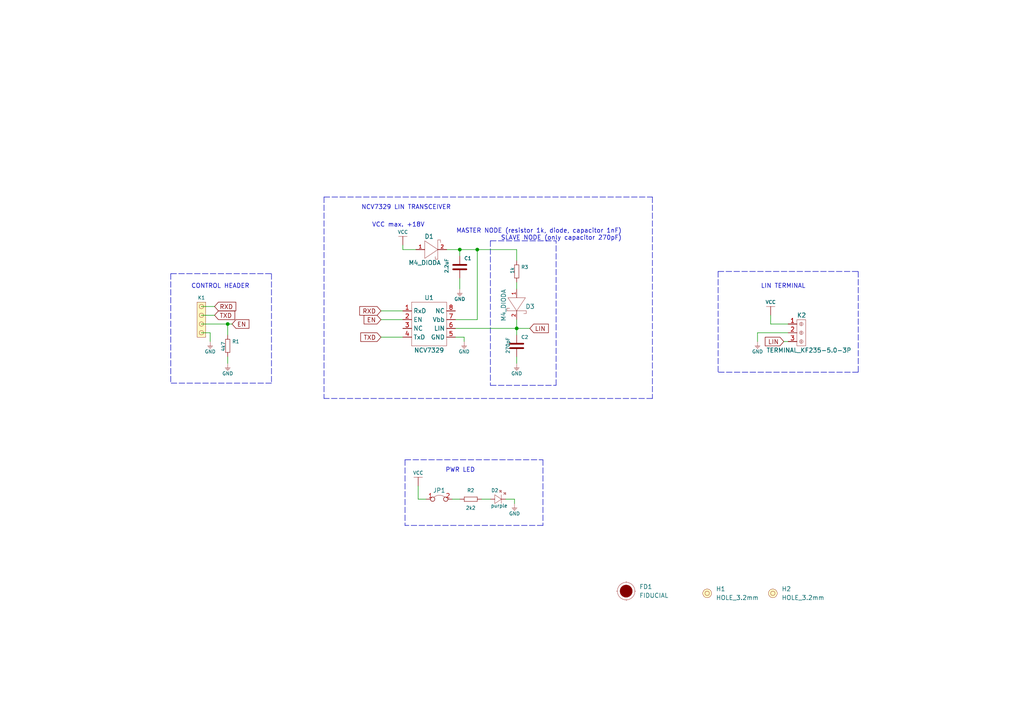
<source format=kicad_sch>
(kicad_sch (version 20211123) (generator eeschema)

  (uuid 76e213fa-eed6-4aa1-8abf-d226fe335ff2)

  (paper "A4")

  (title_block
    (title "LIN Transceiver NCV7329 SLAVE breakout")
    (date "2021-07-14")
    (rev "V1.1.1.")
    (company "SOLDERED")
    (comment 1 "333027")
  )

  (lib_symbols
    (symbol "e-radionica.com schematics:0402LED" (pin_numbers hide) (pin_names (offset 0.254) hide) (in_bom yes) (on_board yes)
      (property "Reference" "D" (id 0) (at -0.635 2.54 0)
        (effects (font (size 1 1)))
      )
      (property "Value" "0402LED" (id 1) (at 0 -2.54 0)
        (effects (font (size 1 1)))
      )
      (property "Footprint" "e-radionica.com footprinti:0402LED" (id 2) (at 0 5.08 0)
        (effects (font (size 1 1)) hide)
      )
      (property "Datasheet" "" (id 3) (at 0 0 0)
        (effects (font (size 1 1)) hide)
      )
      (symbol "0402LED_0_1"
        (polyline
          (pts
            (xy -0.635 1.27)
            (xy 1.27 0)
          )
          (stroke (width 0.0006) (type default) (color 0 0 0 0))
          (fill (type none))
        )
        (polyline
          (pts
            (xy 0.635 1.905)
            (xy 1.27 2.54)
          )
          (stroke (width 0.0006) (type default) (color 0 0 0 0))
          (fill (type none))
        )
        (polyline
          (pts
            (xy 1.27 1.27)
            (xy 1.27 -1.27)
          )
          (stroke (width 0.0006) (type default) (color 0 0 0 0))
          (fill (type none))
        )
        (polyline
          (pts
            (xy 1.905 1.27)
            (xy 2.54 1.905)
          )
          (stroke (width 0.0006) (type default) (color 0 0 0 0))
          (fill (type none))
        )
        (polyline
          (pts
            (xy -0.635 1.27)
            (xy -0.635 -1.27)
            (xy 1.27 0)
          )
          (stroke (width 0.0006) (type default) (color 0 0 0 0))
          (fill (type none))
        )
        (polyline
          (pts
            (xy 1.27 2.54)
            (xy 0.635 2.54)
            (xy 1.27 1.905)
            (xy 1.27 2.54)
          )
          (stroke (width 0.0006) (type default) (color 0 0 0 0))
          (fill (type none))
        )
        (polyline
          (pts
            (xy 2.54 1.905)
            (xy 1.905 1.905)
            (xy 2.54 1.27)
            (xy 2.54 1.905)
          )
          (stroke (width 0.0006) (type default) (color 0 0 0 0))
          (fill (type none))
        )
      )
      (symbol "0402LED_1_1"
        (pin passive line (at -1.905 0 0) (length 1.27)
          (name "A" (effects (font (size 1.27 1.27))))
          (number "1" (effects (font (size 1.27 1.27))))
        )
        (pin passive line (at 2.54 0 180) (length 1.27)
          (name "K" (effects (font (size 1.27 1.27))))
          (number "2" (effects (font (size 1.27 1.27))))
        )
      )
    )
    (symbol "e-radionica.com schematics:0402R" (pin_numbers hide) (pin_names (offset 0.254)) (in_bom yes) (on_board yes)
      (property "Reference" "R" (id 0) (at -1.905 1.27 0)
        (effects (font (size 1 1)))
      )
      (property "Value" "0402R" (id 1) (at 0 -1.27 0)
        (effects (font (size 1 1)))
      )
      (property "Footprint" "e-radionica.com footprinti:0402R" (id 2) (at -2.54 1.905 0)
        (effects (font (size 1 1)) hide)
      )
      (property "Datasheet" "" (id 3) (at -2.54 1.905 0)
        (effects (font (size 1 1)) hide)
      )
      (symbol "0402R_0_1"
        (rectangle (start -1.905 -0.635) (end 1.905 -0.6604)
          (stroke (width 0.1) (type default) (color 0 0 0 0))
          (fill (type none))
        )
        (rectangle (start -1.905 0.635) (end -1.8796 -0.635)
          (stroke (width 0.1) (type default) (color 0 0 0 0))
          (fill (type none))
        )
        (rectangle (start -1.905 0.635) (end 1.905 0.6096)
          (stroke (width 0.1) (type default) (color 0 0 0 0))
          (fill (type none))
        )
        (rectangle (start 1.905 0.635) (end 1.9304 -0.635)
          (stroke (width 0.1) (type default) (color 0 0 0 0))
          (fill (type none))
        )
      )
      (symbol "0402R_1_1"
        (pin passive line (at -3.175 0 0) (length 1.27)
          (name "~" (effects (font (size 1.27 1.27))))
          (number "1" (effects (font (size 1.27 1.27))))
        )
        (pin passive line (at 3.175 0 180) (length 1.27)
          (name "~" (effects (font (size 1.27 1.27))))
          (number "2" (effects (font (size 1.27 1.27))))
        )
      )
    )
    (symbol "e-radionica.com schematics:0603C" (pin_numbers hide) (pin_names (offset 0.002)) (in_bom yes) (on_board yes)
      (property "Reference" "C" (id 0) (at -0.635 3.175 0)
        (effects (font (size 1 1)))
      )
      (property "Value" "0603C" (id 1) (at 0 -3.175 0)
        (effects (font (size 1 1)))
      )
      (property "Footprint" "e-radionica.com footprinti:0603C" (id 2) (at 0 0 0)
        (effects (font (size 1 1)) hide)
      )
      (property "Datasheet" "" (id 3) (at 0 0 0)
        (effects (font (size 1 1)) hide)
      )
      (symbol "0603C_0_1"
        (polyline
          (pts
            (xy -0.635 1.905)
            (xy -0.635 -1.905)
          )
          (stroke (width 0.5) (type default) (color 0 0 0 0))
          (fill (type none))
        )
        (polyline
          (pts
            (xy 0.635 1.905)
            (xy 0.635 -1.905)
          )
          (stroke (width 0.5) (type default) (color 0 0 0 0))
          (fill (type none))
        )
      )
      (symbol "0603C_1_1"
        (pin passive line (at -3.175 0 0) (length 2.54)
          (name "~" (effects (font (size 1.27 1.27))))
          (number "1" (effects (font (size 1.27 1.27))))
        )
        (pin passive line (at 3.175 0 180) (length 2.54)
          (name "~" (effects (font (size 1.27 1.27))))
          (number "2" (effects (font (size 1.27 1.27))))
        )
      )
    )
    (symbol "e-radionica.com schematics:0603R" (pin_numbers hide) (pin_names (offset 0.254)) (in_bom yes) (on_board yes)
      (property "Reference" "R" (id 0) (at -1.905 1.905 0)
        (effects (font (size 1 1)))
      )
      (property "Value" "0603R" (id 1) (at 0 -1.905 0)
        (effects (font (size 1 1)))
      )
      (property "Footprint" "e-radionica.com footprinti:0603R" (id 2) (at -0.635 1.905 0)
        (effects (font (size 1 1)) hide)
      )
      (property "Datasheet" "" (id 3) (at -0.635 1.905 0)
        (effects (font (size 1 1)) hide)
      )
      (symbol "0603R_0_1"
        (rectangle (start -1.905 -0.635) (end 1.905 -0.6604)
          (stroke (width 0.1) (type default) (color 0 0 0 0))
          (fill (type none))
        )
        (rectangle (start -1.905 0.635) (end -1.8796 -0.635)
          (stroke (width 0.1) (type default) (color 0 0 0 0))
          (fill (type none))
        )
        (rectangle (start -1.905 0.635) (end 1.905 0.6096)
          (stroke (width 0.1) (type default) (color 0 0 0 0))
          (fill (type none))
        )
        (rectangle (start 1.905 0.635) (end 1.9304 -0.635)
          (stroke (width 0.1) (type default) (color 0 0 0 0))
          (fill (type none))
        )
      )
      (symbol "0603R_1_1"
        (pin passive line (at -3.175 0 0) (length 1.27)
          (name "~" (effects (font (size 1.27 1.27))))
          (number "1" (effects (font (size 1.27 1.27))))
        )
        (pin passive line (at 3.175 0 180) (length 1.27)
          (name "~" (effects (font (size 1.27 1.27))))
          (number "2" (effects (font (size 1.27 1.27))))
        )
      )
    )
    (symbol "e-radionica.com schematics:FIDUCIAL" (in_bom yes) (on_board yes)
      (property "Reference" "FD" (id 0) (at 0 3.81 0)
        (effects (font (size 1.27 1.27)))
      )
      (property "Value" "FIDUCIAL" (id 1) (at 0 -3.81 0)
        (effects (font (size 1.27 1.27)))
      )
      (property "Footprint" "e-radionica.com footprinti:FIDUCIAL_23" (id 2) (at 0.254 -5.334 0)
        (effects (font (size 1.27 1.27)) hide)
      )
      (property "Datasheet" "" (id 3) (at 0 0 0)
        (effects (font (size 1.27 1.27)) hide)
      )
      (symbol "FIDUCIAL_0_1"
        (polyline
          (pts
            (xy -2.54 0)
            (xy -2.794 0)
          )
          (stroke (width 0.0006) (type default) (color 0 0 0 0))
          (fill (type none))
        )
        (polyline
          (pts
            (xy 0 -2.54)
            (xy 0 -2.794)
          )
          (stroke (width 0.0006) (type default) (color 0 0 0 0))
          (fill (type none))
        )
        (polyline
          (pts
            (xy 0 2.54)
            (xy 0 2.794)
          )
          (stroke (width 0.0006) (type default) (color 0 0 0 0))
          (fill (type none))
        )
        (polyline
          (pts
            (xy 2.54 0)
            (xy 2.794 0)
          )
          (stroke (width 0.0006) (type default) (color 0 0 0 0))
          (fill (type none))
        )
        (circle (center 0 0) (radius 1.7961)
          (stroke (width 0.001) (type default) (color 0 0 0 0))
          (fill (type outline))
        )
        (circle (center 0 0) (radius 2.54)
          (stroke (width 0.0006) (type default) (color 0 0 0 0))
          (fill (type none))
        )
      )
    )
    (symbol "e-radionica.com schematics:GND_3" (power) (pin_names (offset 0)) (in_bom yes) (on_board yes)
      (property "Reference" "#PWR" (id 0) (at 4.445 0 0)
        (effects (font (size 1 1)) hide)
      )
      (property "Value" "GND" (id 1) (at 0 -2.921 0)
        (effects (font (size 1 1)))
      )
      (property "Footprint" "" (id 2) (at 4.445 3.81 0)
        (effects (font (size 1 1)) hide)
      )
      (property "Datasheet" "" (id 3) (at 4.445 3.81 0)
        (effects (font (size 1 1)) hide)
      )
      (property "ki_keywords" "power-flag" (id 4) (at 0 0 0)
        (effects (font (size 1.27 1.27)) hide)
      )
      (property "ki_description" "Power symbol creates a global label with name \"+3V3\"" (id 5) (at 0 0 0)
        (effects (font (size 1.27 1.27)) hide)
      )
      (symbol "GND_3_0_1"
        (polyline
          (pts
            (xy -0.762 -1.27)
            (xy 0.762 -1.27)
          )
          (stroke (width 0.0006) (type default) (color 0 0 0 0))
          (fill (type none))
        )
        (polyline
          (pts
            (xy -0.635 -1.524)
            (xy 0.635 -1.524)
          )
          (stroke (width 0.0006) (type default) (color 0 0 0 0))
          (fill (type none))
        )
        (polyline
          (pts
            (xy -0.381 -1.778)
            (xy 0.381 -1.778)
          )
          (stroke (width 0.0006) (type default) (color 0 0 0 0))
          (fill (type none))
        )
        (polyline
          (pts
            (xy -0.127 -2.032)
            (xy 0.127 -2.032)
          )
          (stroke (width 0.0006) (type default) (color 0 0 0 0))
          (fill (type none))
        )
        (polyline
          (pts
            (xy 0 0)
            (xy 0 -1.27)
          )
          (stroke (width 0.0006) (type default) (color 0 0 0 0))
          (fill (type none))
        )
      )
      (symbol "GND_3_1_1"
        (pin power_in line (at 0 0 270) (length 0) hide
          (name "GND" (effects (font (size 1.27 1.27))))
          (number "1" (effects (font (size 1.27 1.27))))
        )
      )
    )
    (symbol "e-radionica.com schematics:HEADER_MALE_4X1" (pin_numbers hide) (pin_names hide) (in_bom yes) (on_board yes)
      (property "Reference" "K" (id 0) (at -0.635 7.62 0)
        (effects (font (size 1 1)))
      )
      (property "Value" "HEADER_MALE_4X1" (id 1) (at 0 -5.08 0)
        (effects (font (size 1 1)))
      )
      (property "Footprint" "e-radionica.com footprinti:HEADER_MALE_4X1" (id 2) (at 0 -2.54 0)
        (effects (font (size 1 1)) hide)
      )
      (property "Datasheet" "" (id 3) (at 0 -2.54 0)
        (effects (font (size 1 1)) hide)
      )
      (symbol "HEADER_MALE_4X1_0_1"
        (circle (center 0 -2.54) (radius 0.635)
          (stroke (width 0.0006) (type default) (color 0 0 0 0))
          (fill (type none))
        )
        (circle (center 0 0) (radius 0.635)
          (stroke (width 0.0006) (type default) (color 0 0 0 0))
          (fill (type none))
        )
        (circle (center 0 2.54) (radius 0.635)
          (stroke (width 0.0006) (type default) (color 0 0 0 0))
          (fill (type none))
        )
        (circle (center 0 5.08) (radius 0.635)
          (stroke (width 0.0006) (type default) (color 0 0 0 0))
          (fill (type none))
        )
        (rectangle (start 1.27 -3.81) (end -1.27 6.35)
          (stroke (width 0.001) (type default) (color 0 0 0 0))
          (fill (type background))
        )
      )
      (symbol "HEADER_MALE_4X1_1_1"
        (pin passive line (at 0 -2.54 180) (length 0)
          (name "~" (effects (font (size 1 1))))
          (number "1" (effects (font (size 1 1))))
        )
        (pin passive line (at 0 0 180) (length 0)
          (name "~" (effects (font (size 1 1))))
          (number "2" (effects (font (size 1 1))))
        )
        (pin passive line (at 0 2.54 180) (length 0)
          (name "~" (effects (font (size 1 1))))
          (number "3" (effects (font (size 1 1))))
        )
        (pin passive line (at 0 5.08 180) (length 0)
          (name "~" (effects (font (size 1 1))))
          (number "4" (effects (font (size 1 1))))
        )
      )
    )
    (symbol "e-radionica.com schematics:HOLE_3.2mm" (pin_numbers hide) (pin_names hide) (in_bom yes) (on_board yes)
      (property "Reference" "H" (id 0) (at 0 2.54 0)
        (effects (font (size 1.27 1.27)))
      )
      (property "Value" "HOLE_3.2mm" (id 1) (at 0 -2.54 0)
        (effects (font (size 1.27 1.27)))
      )
      (property "Footprint" "e-radionica.com footprinti:HOLE_3.2mm" (id 2) (at 0 0 0)
        (effects (font (size 1.27 1.27)) hide)
      )
      (property "Datasheet" "" (id 3) (at 0 0 0)
        (effects (font (size 1.27 1.27)) hide)
      )
      (symbol "HOLE_3.2mm_0_1"
        (circle (center 0 0) (radius 0.635)
          (stroke (width 0.0006) (type default) (color 0 0 0 0))
          (fill (type none))
        )
        (circle (center 0 0) (radius 1.27)
          (stroke (width 0.001) (type default) (color 0 0 0 0))
          (fill (type background))
        )
      )
    )
    (symbol "e-radionica.com schematics:M4_DIODA" (pin_names hide) (in_bom yes) (on_board yes)
      (property "Reference" "D" (id 0) (at 0 3.81 0)
        (effects (font (size 1.27 1.27)))
      )
      (property "Value" "M4_DIODA" (id 1) (at 0 -4.572 0)
        (effects (font (size 1.27 1.27)))
      )
      (property "Footprint" "e-radionica.com footprinti:M4_DIODA" (id 2) (at 0 -6.35 0)
        (effects (font (size 1.27 1.27)) hide)
      )
      (property "Datasheet" "" (id 3) (at 0 0 0)
        (effects (font (size 1.27 1.27)) hide)
      )
      (symbol "M4_DIODA_0_1"
        (polyline
          (pts
            (xy -2.54 2.54)
            (xy -2.54 -2.54)
            (xy 1.27 0)
            (xy -2.54 2.54)
          )
          (stroke (width 0.0006) (type default) (color 0 0 0 0))
          (fill (type none))
        )
        (polyline
          (pts
            (xy 1.27 2.794)
            (xy 1.27 -2.794)
            (xy 0.508 -2.794)
            (xy 0.508 -2.032)
          )
          (stroke (width 0.0006) (type default) (color 0 0 0 0))
          (fill (type none))
        )
        (polyline
          (pts
            (xy 1.27 2.794)
            (xy 2.032 2.794)
            (xy 2.032 2.032)
            (xy 2.032 2.54)
          )
          (stroke (width 0.0006) (type default) (color 0 0 0 0))
          (fill (type none))
        )
      )
      (symbol "M4_DIODA_1_1"
        (pin passive line (at -5.08 0 0) (length 2.54)
          (name "A" (effects (font (size 1 1))))
          (number "1" (effects (font (size 1 1))))
        )
        (pin passive line (at 3.81 0 180) (length 2.54)
          (name "K" (effects (font (size 1 1))))
          (number "2" (effects (font (size 1 1))))
        )
      )
    )
    (symbol "e-radionica.com schematics:NCV7329" (in_bom yes) (on_board yes)
      (property "Reference" "U" (id 0) (at 0 7.62 0)
        (effects (font (size 1.27 1.27)))
      )
      (property "Value" "NCV7329" (id 1) (at 0 -7.62 0)
        (effects (font (size 1.27 1.27)))
      )
      (property "Footprint" "e-radionica.com footprinti:SOIC−8" (id 2) (at 0 -5.08 0)
        (effects (font (size 1.27 1.27)) hide)
      )
      (property "Datasheet" "" (id 3) (at 0 -5.08 0)
        (effects (font (size 1.27 1.27)) hide)
      )
      (symbol "NCV7329_0_1"
        (rectangle (start -5.08 6.35) (end 5.08 -6.35)
          (stroke (width 0.0006) (type default) (color 0 0 0 0))
          (fill (type none))
        )
      )
      (symbol "NCV7329_1_1"
        (pin passive line (at -7.62 3.81 0) (length 2.54)
          (name "RxD" (effects (font (size 1.27 1.27))))
          (number "1" (effects (font (size 1.27 1.27))))
        )
        (pin passive line (at -7.62 1.27 0) (length 2.54)
          (name "EN" (effects (font (size 1.27 1.27))))
          (number "2" (effects (font (size 1.27 1.27))))
        )
        (pin passive line (at -7.62 -1.27 0) (length 2.54)
          (name "NC" (effects (font (size 1.27 1.27))))
          (number "3" (effects (font (size 1.27 1.27))))
        )
        (pin passive line (at -7.62 -3.81 0) (length 2.54)
          (name "TxD" (effects (font (size 1.27 1.27))))
          (number "4" (effects (font (size 1.27 1.27))))
        )
        (pin passive line (at 7.62 -3.81 180) (length 2.54)
          (name "GND" (effects (font (size 1.27 1.27))))
          (number "5" (effects (font (size 1.27 1.27))))
        )
        (pin passive line (at 7.62 -1.27 180) (length 2.54)
          (name "LIN" (effects (font (size 1.27 1.27))))
          (number "6" (effects (font (size 1.27 1.27))))
        )
        (pin passive line (at 7.62 1.27 180) (length 2.54)
          (name "Vbb" (effects (font (size 1.27 1.27))))
          (number "7" (effects (font (size 1.27 1.27))))
        )
        (pin passive line (at 7.62 3.81 180) (length 2.54)
          (name "NC" (effects (font (size 1.27 1.27))))
          (number "8" (effects (font (size 1.27 1.27))))
        )
      )
    )
    (symbol "e-radionica.com schematics:SMD-JUMPER-CONNECTED_TRACE_SLODERMASK" (in_bom yes) (on_board yes)
      (property "Reference" "JP" (id 0) (at 0 3.556 0)
        (effects (font (size 1.27 1.27)))
      )
      (property "Value" "SMD-JUMPER-CONNECTED_TRACE_SLODERMASK" (id 1) (at 0 -2.54 0)
        (effects (font (size 1.27 1.27)))
      )
      (property "Footprint" "e-radionica.com footprinti:SMD-JUMPER-CONNECTED_TRACE_SLODERMASK" (id 2) (at 0 -5.715 0)
        (effects (font (size 1.27 1.27)) hide)
      )
      (property "Datasheet" "" (id 3) (at 0 0 0)
        (effects (font (size 1.27 1.27)) hide)
      )
      (symbol "SMD-JUMPER-CONNECTED_TRACE_SLODERMASK_0_1"
        (arc (start 1.397 0.5842) (mid -0.2077 1.1365) (end -1.8034 0.5588)
          (stroke (width 0.0006) (type default) (color 0 0 0 0))
          (fill (type none))
        )
      )
      (symbol "SMD-JUMPER-CONNECTED_TRACE_SLODERMASK_1_1"
        (pin passive inverted (at -4.064 0 0) (length 2.54)
          (name "" (effects (font (size 1.27 1.27))))
          (number "1" (effects (font (size 1.27 1.27))))
        )
        (pin passive inverted (at 3.556 0 180) (length 2.54)
          (name "" (effects (font (size 1.27 1.27))))
          (number "2" (effects (font (size 1.27 1.27))))
        )
      )
    )
    (symbol "e-radionica.com schematics:TERMINAL_KF235-5.0-3P" (in_bom yes) (on_board yes)
      (property "Reference" "K" (id 0) (at 0 5.08 0)
        (effects (font (size 1.27 1.27)))
      )
      (property "Value" "TERMINAL_KF235-5.0-3P" (id 1) (at 0 -5.08 0)
        (effects (font (size 1.27 1.27)))
      )
      (property "Footprint" "e-radionica.com footprinti:TERMINAL_KF235-5.0-3P" (id 2) (at 0 -7.62 0)
        (effects (font (size 1.27 1.27)) hide)
      )
      (property "Datasheet" "" (id 3) (at 0 0 0)
        (effects (font (size 1.27 1.27)) hide)
      )
      (symbol "TERMINAL_KF235-5.0-3P_0_1"
        (rectangle (start -1.27 3.81) (end 1.27 -3.81)
          (stroke (width 0.0006) (type default) (color 0 0 0 0))
          (fill (type none))
        )
        (circle (center 0 -2.54) (radius 0.508)
          (stroke (width 0.0006) (type default) (color 0 0 0 0))
          (fill (type none))
        )
        (polyline
          (pts
            (xy -0.254 -2.54)
            (xy 0.254 -2.54)
          )
          (stroke (width 0.0006) (type default) (color 0 0 0 0))
          (fill (type none))
        )
        (polyline
          (pts
            (xy -0.254 0)
            (xy 0.254 0)
          )
          (stroke (width 0.0006) (type default) (color 0 0 0 0))
          (fill (type none))
        )
        (polyline
          (pts
            (xy -0.254 2.54)
            (xy 0.254 2.54)
          )
          (stroke (width 0.0006) (type default) (color 0 0 0 0))
          (fill (type none))
        )
        (polyline
          (pts
            (xy 0 -2.032)
            (xy 0 -3.048)
          )
          (stroke (width 0.0006) (type default) (color 0 0 0 0))
          (fill (type none))
        )
        (polyline
          (pts
            (xy 0 0.508)
            (xy 0 -0.508)
          )
          (stroke (width 0.0006) (type default) (color 0 0 0 0))
          (fill (type none))
        )
        (polyline
          (pts
            (xy 0 3.048)
            (xy 0 2.032)
          )
          (stroke (width 0.0006) (type default) (color 0 0 0 0))
          (fill (type none))
        )
        (circle (center 0 0) (radius 0.508)
          (stroke (width 0.0006) (type default) (color 0 0 0 0))
          (fill (type none))
        )
        (circle (center 0 2.54) (radius 0.508)
          (stroke (width 0.0006) (type default) (color 0 0 0 0))
          (fill (type none))
        )
      )
      (symbol "TERMINAL_KF235-5.0-3P_1_1"
        (pin input line (at -3.81 2.54 0) (length 2.54)
          (name "~" (effects (font (size 1.27 1.27))))
          (number "1" (effects (font (size 1.27 1.27))))
        )
        (pin input line (at -3.81 0 0) (length 2.54)
          (name "~" (effects (font (size 1.27 1.27))))
          (number "2" (effects (font (size 1.27 1.27))))
        )
        (pin input line (at -3.81 -2.54 0) (length 2.54)
          (name "~" (effects (font (size 1.27 1.27))))
          (number "3" (effects (font (size 1.27 1.27))))
        )
      )
    )
    (symbol "e-radionica.com schematics:VCC" (power) (pin_names (offset 0)) (in_bom yes) (on_board yes)
      (property "Reference" "#PWR" (id 0) (at 4.445 0 0)
        (effects (font (size 1 1)) hide)
      )
      (property "Value" "VCC" (id 1) (at 0 3.556 0)
        (effects (font (size 1 1)))
      )
      (property "Footprint" "" (id 2) (at 4.445 3.81 0)
        (effects (font (size 1 1)) hide)
      )
      (property "Datasheet" "" (id 3) (at 4.445 3.81 0)
        (effects (font (size 1 1)) hide)
      )
      (property "ki_keywords" "power-flag" (id 4) (at 0 0 0)
        (effects (font (size 1.27 1.27)) hide)
      )
      (property "ki_description" "Power symbol creates a global label with name \"+3V3\"" (id 5) (at 0 0 0)
        (effects (font (size 1.27 1.27)) hide)
      )
      (symbol "VCC_0_1"
        (polyline
          (pts
            (xy -1.27 2.54)
            (xy 1.27 2.54)
          )
          (stroke (width 0.0006) (type default) (color 0 0 0 0))
          (fill (type none))
        )
        (polyline
          (pts
            (xy 0 0)
            (xy 0 2.54)
          )
          (stroke (width 0) (type default) (color 0 0 0 0))
          (fill (type none))
        )
      )
      (symbol "VCC_1_1"
        (pin power_in line (at 0 0 90) (length 0) hide
          (name "VCC" (effects (font (size 1.27 1.27))))
          (number "1" (effects (font (size 1.27 1.27))))
        )
      )
    )
  )

  (junction (at 66.04 93.98) (diameter 0.9144) (color 0 0 0 0)
    (uuid a3e4f0ae-9f86-49e9-b386-ed8b42e012fb)
  )
  (junction (at 133.35 72.39) (diameter 0.9144) (color 0 0 0 0)
    (uuid a690fc6c-55d9-47e6-b533-faa4b67e20f3)
  )
  (junction (at 138.43 72.39) (diameter 0.9144) (color 0 0 0 0)
    (uuid c144caa5-b0d4-4cef-840a-d4ad178a2102)
  )
  (junction (at 149.86 95.25) (diameter 0.9144) (color 0 0 0 0)
    (uuid efeac2a2-7682-4dc7-83ee-f6f1b23da506)
  )

  (wire (pts (xy 66.04 93.98) (xy 66.04 97.155))
    (stroke (width 0) (type solid) (color 0 0 0 0))
    (uuid 06fb5969-6c78-40ee-a0c8-761f30697971)
  )
  (wire (pts (xy 149.225 144.78) (xy 146.685 144.78))
    (stroke (width 0) (type solid) (color 0 0 0 0))
    (uuid 2061ba58-9d90-4ba6-997c-3e8ae190b022)
  )
  (polyline (pts (xy 49.53 79.375) (xy 49.53 111.125))
    (stroke (width 0) (type dash) (color 0 0 0 0))
    (uuid 23440022-fa92-46ea-bf31-71f02f41c12a)
  )
  (polyline (pts (xy 49.53 79.375) (xy 78.74 79.375))
    (stroke (width 0) (type dash) (color 0 0 0 0))
    (uuid 23440022-fa92-46ea-bf31-71f02f41c12b)
  )
  (polyline (pts (xy 78.74 79.375) (xy 78.74 111.125))
    (stroke (width 0) (type dash) (color 0 0 0 0))
    (uuid 23440022-fa92-46ea-bf31-71f02f41c12c)
  )
  (polyline (pts (xy 78.74 111.125) (xy 49.53 111.125))
    (stroke (width 0) (type dash) (color 0 0 0 0))
    (uuid 23440022-fa92-46ea-bf31-71f02f41c12d)
  )

  (wire (pts (xy 66.04 103.505) (xy 66.04 105.41))
    (stroke (width 0) (type solid) (color 0 0 0 0))
    (uuid 2d086919-3634-4eca-9ac1-5234112016ae)
  )
  (wire (pts (xy 133.35 72.39) (xy 133.35 74.295))
    (stroke (width 0) (type solid) (color 0 0 0 0))
    (uuid 2d7ae0bd-0007-4297-8e05-32320efa073c)
  )
  (wire (pts (xy 139.7 144.78) (xy 142.24 144.78))
    (stroke (width 0) (type solid) (color 0 0 0 0))
    (uuid 3014cdde-82b5-4ef5-897d-cacb87f41049)
  )
  (wire (pts (xy 133.35 80.645) (xy 133.35 83.82))
    (stroke (width 0) (type solid) (color 0 0 0 0))
    (uuid 304d1f9f-0ae6-4c09-a682-f1f13aaf4502)
  )
  (polyline (pts (xy 157.48 152.4) (xy 117.475 152.4))
    (stroke (width 0) (type dash) (color 0 0 0 0))
    (uuid 3d2de0fd-bc6c-4027-810f-517044b13d39)
  )
  (polyline (pts (xy 117.475 133.35) (xy 117.475 152.4))
    (stroke (width 0) (type dash) (color 0 0 0 0))
    (uuid 3f66f442-15ec-4aa8-a5cc-ac7bdab6eb36)
  )

  (wire (pts (xy 149.86 81.915) (xy 149.86 83.82))
    (stroke (width 0) (type solid) (color 0 0 0 0))
    (uuid 47daae16-1a84-482c-9aff-6d9858b12418)
  )
  (wire (pts (xy 123.571 144.78) (xy 121.285 144.78))
    (stroke (width 0) (type solid) (color 0 0 0 0))
    (uuid 50b05092-e69d-4444-85d6-64e5700df657)
  )
  (polyline (pts (xy 157.48 133.35) (xy 157.48 152.4))
    (stroke (width 0) (type dash) (color 0 0 0 0))
    (uuid 5bbaa458-5b9f-433b-a81f-a32d41d12b60)
  )

  (wire (pts (xy 132.08 97.79) (xy 134.62 97.79))
    (stroke (width 0) (type solid) (color 0 0 0 0))
    (uuid 616833f0-50f4-4153-8dca-2f88b1181e2a)
  )
  (wire (pts (xy 134.62 97.79) (xy 134.62 99.06))
    (stroke (width 0) (type solid) (color 0 0 0 0))
    (uuid 616833f0-50f4-4153-8dca-2f88b1181e2b)
  )
  (wire (pts (xy 58.42 91.44) (xy 62.23 91.44))
    (stroke (width 0) (type solid) (color 0 0 0 0))
    (uuid 69bb6de3-dcd8-4af3-8aa6-fa27cefa55ca)
  )
  (polyline (pts (xy 93.98 57.15) (xy 93.98 115.57))
    (stroke (width 0) (type dash) (color 0 0 0 0))
    (uuid 69d27d24-ae59-4de5-9fdc-3517e56e3790)
  )
  (polyline (pts (xy 93.98 57.15) (xy 189.23 57.15))
    (stroke (width 0) (type dash) (color 0 0 0 0))
    (uuid 69d27d24-ae59-4de5-9fdc-3517e56e3791)
  )
  (polyline (pts (xy 189.23 57.15) (xy 189.23 115.57))
    (stroke (width 0) (type dash) (color 0 0 0 0))
    (uuid 69d27d24-ae59-4de5-9fdc-3517e56e3792)
  )
  (polyline (pts (xy 189.23 115.57) (xy 93.98 115.57))
    (stroke (width 0) (type dash) (color 0 0 0 0))
    (uuid 69d27d24-ae59-4de5-9fdc-3517e56e3793)
  )

  (wire (pts (xy 58.42 88.9) (xy 62.23 88.9))
    (stroke (width 0) (type solid) (color 0 0 0 0))
    (uuid 6a775b72-965d-4302-8b11-35e9ad6c9ad0)
  )
  (wire (pts (xy 219.71 96.52) (xy 219.71 99.06))
    (stroke (width 0) (type solid) (color 0 0 0 0))
    (uuid 6abdc944-974a-491e-9ca7-a631e073f063)
  )
  (wire (pts (xy 219.71 96.52) (xy 228.6 96.52))
    (stroke (width 0) (type solid) (color 0 0 0 0))
    (uuid 6abdc944-974a-491e-9ca7-a631e073f064)
  )
  (polyline (pts (xy 117.475 133.35) (xy 157.48 133.35))
    (stroke (width 0) (type dash) (color 0 0 0 0))
    (uuid 6b84f910-ee66-4561-9dba-15e8b58fc4ff)
  )

  (wire (pts (xy 110.49 90.17) (xy 116.84 90.17))
    (stroke (width 0) (type solid) (color 0 0 0 0))
    (uuid 7f30784b-1f64-413d-8463-cf7b3c93f3e2)
  )
  (wire (pts (xy 116.84 72.39) (xy 116.84 71.12))
    (stroke (width 0) (type solid) (color 0 0 0 0))
    (uuid 8a4730f9-71ca-41ec-917d-8ec3eaba4564)
  )
  (wire (pts (xy 120.65 72.39) (xy 116.84 72.39))
    (stroke (width 0) (type solid) (color 0 0 0 0))
    (uuid 8a4730f9-71ca-41ec-917d-8ec3eaba4565)
  )
  (wire (pts (xy 149.225 144.78) (xy 149.225 146.05))
    (stroke (width 0) (type solid) (color 0 0 0 0))
    (uuid 901a42df-7872-4d66-8df2-445fdaed839f)
  )
  (wire (pts (xy 132.08 95.25) (xy 149.86 95.25))
    (stroke (width 0) (type solid) (color 0 0 0 0))
    (uuid 9e8b2346-c468-47e2-b53f-1e3e64503f68)
  )
  (wire (pts (xy 149.86 95.25) (xy 149.86 92.71))
    (stroke (width 0) (type solid) (color 0 0 0 0))
    (uuid 9e8b2346-c468-47e2-b53f-1e3e64503f69)
  )
  (wire (pts (xy 138.43 72.39) (xy 138.43 92.71))
    (stroke (width 0) (type solid) (color 0 0 0 0))
    (uuid a44b84ea-f754-4a2e-894b-26be37b13950)
  )
  (wire (pts (xy 138.43 92.71) (xy 132.08 92.71))
    (stroke (width 0) (type solid) (color 0 0 0 0))
    (uuid a44b84ea-f754-4a2e-894b-26be37b13951)
  )
  (wire (pts (xy 131.191 144.78) (xy 133.35 144.78))
    (stroke (width 0) (type solid) (color 0 0 0 0))
    (uuid ae10e11d-3a72-4245-a4fc-13f370b3db38)
  )
  (polyline (pts (xy 142.24 69.85) (xy 142.24 111.76))
    (stroke (width 0) (type dash) (color 0 0 0 0))
    (uuid af77440c-2803-47eb-a6bc-73b434ebc654)
  )
  (polyline (pts (xy 142.24 69.85) (xy 161.29 69.85))
    (stroke (width 0) (type dash) (color 0 0 0 0))
    (uuid af77440c-2803-47eb-a6bc-73b434ebc655)
  )
  (polyline (pts (xy 142.24 111.76) (xy 161.29 111.76))
    (stroke (width 0) (type dash) (color 0 0 0 0))
    (uuid af77440c-2803-47eb-a6bc-73b434ebc656)
  )
  (polyline (pts (xy 161.29 111.76) (xy 161.29 69.85))
    (stroke (width 0) (type dash) (color 0 0 0 0))
    (uuid af77440c-2803-47eb-a6bc-73b434ebc657)
  )
  (polyline (pts (xy 208.28 78.74) (xy 208.28 107.95))
    (stroke (width 0) (type dash) (color 0 0 0 0))
    (uuid b3f09ed6-783a-493e-b01d-a74f28b90146)
  )
  (polyline (pts (xy 208.28 78.74) (xy 248.92 78.74))
    (stroke (width 0) (type dash) (color 0 0 0 0))
    (uuid b3f09ed6-783a-493e-b01d-a74f28b90147)
  )
  (polyline (pts (xy 248.92 78.74) (xy 248.92 107.95))
    (stroke (width 0) (type dash) (color 0 0 0 0))
    (uuid b3f09ed6-783a-493e-b01d-a74f28b90148)
  )
  (polyline (pts (xy 248.92 107.95) (xy 208.28 107.95))
    (stroke (width 0) (type dash) (color 0 0 0 0))
    (uuid b3f09ed6-783a-493e-b01d-a74f28b90149)
  )

  (wire (pts (xy 58.42 96.52) (xy 60.96 96.52))
    (stroke (width 0) (type solid) (color 0 0 0 0))
    (uuid b60c5acf-7839-4d8d-9c1b-d219e58044ee)
  )
  (wire (pts (xy 60.96 96.52) (xy 60.96 99.06))
    (stroke (width 0) (type solid) (color 0 0 0 0))
    (uuid b60c5acf-7839-4d8d-9c1b-d219e58044ef)
  )
  (wire (pts (xy 223.52 93.98) (xy 223.52 91.44))
    (stroke (width 0) (type solid) (color 0 0 0 0))
    (uuid bc6f2ef0-4821-448b-aef4-9dbd6bd154ff)
  )
  (wire (pts (xy 228.6 93.98) (xy 223.52 93.98))
    (stroke (width 0) (type solid) (color 0 0 0 0))
    (uuid bc6f2ef0-4821-448b-aef4-9dbd6bd15500)
  )
  (wire (pts (xy 58.42 93.98) (xy 66.04 93.98))
    (stroke (width 0) (type solid) (color 0 0 0 0))
    (uuid ccfd4ed6-36ee-4304-acc8-2a7750d276b1)
  )
  (wire (pts (xy 66.04 93.98) (xy 67.31 93.98))
    (stroke (width 0) (type solid) (color 0 0 0 0))
    (uuid ccfd4ed6-36ee-4304-acc8-2a7750d276b2)
  )
  (wire (pts (xy 121.285 140.97) (xy 121.285 144.78))
    (stroke (width 0) (type solid) (color 0 0 0 0))
    (uuid d135574b-3dd4-46b7-948d-8609eae83474)
  )
  (wire (pts (xy 110.49 97.79) (xy 116.84 97.79))
    (stroke (width 0) (type solid) (color 0 0 0 0))
    (uuid dff8eb2c-6aca-41f4-9ca3-481bff70ac5a)
  )
  (wire (pts (xy 133.35 72.39) (xy 129.54 72.39))
    (stroke (width 0) (type solid) (color 0 0 0 0))
    (uuid e25dde7a-de32-4f2a-bd42-b6952ccd1e27)
  )
  (wire (pts (xy 138.43 72.39) (xy 133.35 72.39))
    (stroke (width 0) (type solid) (color 0 0 0 0))
    (uuid e25dde7a-de32-4f2a-bd42-b6952ccd1e28)
  )
  (wire (pts (xy 149.86 95.25) (xy 153.67 95.25))
    (stroke (width 0) (type solid) (color 0 0 0 0))
    (uuid e3420765-e308-4b5e-a541-145178eb12fb)
  )
  (wire (pts (xy 149.86 103.505) (xy 149.86 105.41))
    (stroke (width 0) (type solid) (color 0 0 0 0))
    (uuid f0306d0c-ddb4-4546-8bd7-5e50baa9018c)
  )
  (wire (pts (xy 149.86 72.39) (xy 138.43 72.39))
    (stroke (width 0) (type solid) (color 0 0 0 0))
    (uuid f2ebad95-3300-4965-948a-d403fd075032)
  )
  (wire (pts (xy 149.86 75.565) (xy 149.86 72.39))
    (stroke (width 0) (type solid) (color 0 0 0 0))
    (uuid f2ebad95-3300-4965-948a-d403fd075033)
  )
  (wire (pts (xy 149.86 95.25) (xy 149.86 97.155))
    (stroke (width 0) (type solid) (color 0 0 0 0))
    (uuid f922bedf-ae3f-4c72-902f-1d2a8f06bc81)
  )
  (wire (pts (xy 227.33 99.06) (xy 228.6 99.06))
    (stroke (width 0) (type solid) (color 0 0 0 0))
    (uuid fd4ecd03-990b-489d-a454-035bb3c20123)
  )
  (wire (pts (xy 110.49 92.71) (xy 116.84 92.71))
    (stroke (width 0) (type solid) (color 0 0 0 0))
    (uuid fd89b58e-86f5-4877-bc52-23a3a627b853)
  )

  (text "NCV7329 LIN TRANSCEIVER" (at 130.81 60.96 180)
    (effects (font (size 1.27 1.27)) (justify right bottom))
    (uuid 641b1366-44f5-41a7-940b-a613b4d72aee)
  )
  (text "VCC max. +18V" (at 123.19 66.04 180)
    (effects (font (size 1.27 1.27)) (justify right bottom))
    (uuid 659987ce-f0b2-445b-a569-b239c9dcdecb)
  )
  (text "LIN TERMINAL" (at 233.68 83.82 180)
    (effects (font (size 1.27 1.27)) (justify right bottom))
    (uuid 7c2dd623-898d-4cf8-996c-bb410abb8114)
  )
  (text "CONTROL HEADER" (at 72.39 83.82 180)
    (effects (font (size 1.27 1.27)) (justify right bottom))
    (uuid 826d15e0-e17b-48a9-814e-b02d090ec859)
  )
  (text "MASTER NODE (resistor 1k, diode, capacitor 1nF)\nSLAVE NODE (only capacitor 270pF)"
    (at 180.34 69.85 0)
    (effects (font (size 1.27 1.27)) (justify right bottom))
    (uuid e27628d6-433c-4ff3-bc50-dae1132a9fc7)
  )
  (text "PWR LED" (at 137.795 137.16 180)
    (effects (font (size 1.27 1.27)) (justify right bottom))
    (uuid f79fb5d1-9e8a-4340-ae96-72a913a9af8d)
  )

  (global_label "EN" (shape input) (at 110.49 92.71 180)
    (effects (font (size 1.27 1.27)) (justify right))
    (uuid 03143f5d-9ebc-4eab-a227-4246ce962b02)
    (property "Intersheet References" "${INTERSHEET_REFS}" (id 0) (at 104.0734 92.6306 0)
      (effects (font (size 1.27 1.27)) (justify right) hide)
    )
  )
  (global_label "RXD" (shape input) (at 62.23 88.9 0)
    (effects (font (size 1.27 1.27)) (justify left))
    (uuid 0788322f-d128-42f0-a3a8-a2d03de63b5e)
    (property "Intersheet References" "${INTERSHEET_REFS}" (id 0) (at 69.9166 88.9794 0)
      (effects (font (size 1.27 1.27)) (justify left) hide)
    )
  )
  (global_label "LIN" (shape input) (at 153.67 95.25 0)
    (effects (font (size 1.27 1.27)) (justify left))
    (uuid 111a1130-0080-433b-a372-04b1af39a08d)
    (property "Intersheet References" "${INTERSHEET_REFS}" (id 0) (at 160.5704 95.1706 0)
      (effects (font (size 1.27 1.27)) (justify left) hide)
    )
  )
  (global_label "RXD" (shape input) (at 110.49 90.17 180)
    (effects (font (size 1.27 1.27)) (justify right))
    (uuid 38c7f747-e4ea-4b6d-8e73-ccfd40cd04ca)
    (property "Intersheet References" "${INTERSHEET_REFS}" (id 0) (at 102.8034 90.0906 0)
      (effects (font (size 1.27 1.27)) (justify right) hide)
    )
  )
  (global_label "TXD" (shape input) (at 110.49 97.79 180)
    (effects (font (size 1.27 1.27)) (justify right))
    (uuid 583ab378-94ee-4ca1-a866-c9fd90f25ef3)
    (property "Intersheet References" "${INTERSHEET_REFS}" (id 0) (at 103.1058 97.7106 0)
      (effects (font (size 1.27 1.27)) (justify right) hide)
    )
  )
  (global_label "TXD" (shape input) (at 62.23 91.44 0)
    (effects (font (size 1.27 1.27)) (justify left))
    (uuid 7590607b-0d09-4a56-9815-ad881e9da350)
    (property "Intersheet References" "${INTERSHEET_REFS}" (id 0) (at 69.6142 91.5194 0)
      (effects (font (size 1.27 1.27)) (justify left) hide)
    )
  )
  (global_label "LIN" (shape input) (at 227.33 99.06 180)
    (effects (font (size 1.27 1.27)) (justify right))
    (uuid b9f412cf-8be1-4e68-864f-bae895fad6f0)
    (property "Intersheet References" "${INTERSHEET_REFS}" (id 0) (at 220.4296 98.9806 0)
      (effects (font (size 1.27 1.27)) (justify right) hide)
    )
  )
  (global_label "EN" (shape input) (at 67.31 93.98 0)
    (effects (font (size 1.27 1.27)) (justify left))
    (uuid d489b69a-8532-44ac-8656-2bd12526eea6)
    (property "Intersheet References" "${INTERSHEET_REFS}" (id 0) (at 73.7266 94.0594 0)
      (effects (font (size 1.27 1.27)) (justify left) hide)
    )
  )

  (symbol (lib_id "e-radionica.com schematics:0603R") (at 149.86 78.74 90) (unit 1)
    (in_bom yes) (on_board yes)
    (uuid 0f35f4cf-416d-4c64-8454-23721da8b59a)
    (property "Reference" "R3" (id 0) (at 151.13 77.47 90)
      (effects (font (size 1 1)) (justify right))
    )
    (property "Value" "1k" (id 1) (at 148.59 77.47 0)
      (effects (font (size 1 1)) (justify right))
    )
    (property "Footprint" "e-radionica.com footprinti:0603R" (id 2) (at 147.955 79.375 0)
      (effects (font (size 1 1)) hide)
    )
    (property "Datasheet" "" (id 3) (at 147.955 79.375 0)
      (effects (font (size 1 1)) hide)
    )
    (pin "1" (uuid 23aad73b-6ff0-460b-8948-0fff6cd23eae))
    (pin "2" (uuid 73f58e4e-a423-4c87-b120-28f98bcddaed))
  )

  (symbol (lib_id "e-radionica.com schematics:0402LED") (at 144.145 144.78 0) (unit 1)
    (in_bom yes) (on_board yes)
    (uuid 10ff8fce-7140-4d8d-aee8-9c0f72801a4b)
    (property "Reference" "D2" (id 0) (at 143.51 142.24 0)
      (effects (font (size 1 1)))
    )
    (property "Value" "purple" (id 1) (at 144.78 146.685 0)
      (effects (font (size 1 1)))
    )
    (property "Footprint" "e-radionica.com footprinti:0402LED" (id 2) (at 144.145 139.7 0)
      (effects (font (size 1 1)) hide)
    )
    (property "Datasheet" "" (id 3) (at 144.145 144.78 0)
      (effects (font (size 1 1)) hide)
    )
    (pin "1" (uuid 1c798168-aa17-4a79-8ebd-bc0a09119511))
    (pin "2" (uuid 7e3dcc37-e7f5-41f0-adf0-fa53029f4a43))
  )

  (symbol (lib_id "e-radionica.com schematics:0402R") (at 136.525 144.78 0) (unit 1)
    (in_bom yes) (on_board yes)
    (uuid 16aada48-70ab-4d56-8125-9ed377a9391b)
    (property "Reference" "R2" (id 0) (at 136.525 142.24 0)
      (effects (font (size 1 1)))
    )
    (property "Value" "2k2" (id 1) (at 136.525 147.32 0)
      (effects (font (size 1 1)))
    )
    (property "Footprint" "e-radionica.com footprinti:0402R" (id 2) (at 133.985 142.875 0)
      (effects (font (size 1 1)) hide)
    )
    (property "Datasheet" "" (id 3) (at 133.985 142.875 0)
      (effects (font (size 1 1)) hide)
    )
    (pin "1" (uuid 525d526a-18f2-4eb8-aef2-4a98bf65dcf3))
    (pin "2" (uuid b9c2d983-f7e2-450e-82a1-bfa99b45890f))
  )

  (symbol (lib_id "e-radionica.com schematics:NCV7329") (at 124.46 93.98 0) (unit 1)
    (in_bom yes) (on_board yes)
    (uuid 1982c61d-d033-46ea-aeb3-14232c2f8b47)
    (property "Reference" "U1" (id 0) (at 124.46 86.36 0))
    (property "Value" "NCV7329" (id 1) (at 124.46 101.6 0))
    (property "Footprint" "e-radionica.com footprinti:SOIC−8" (id 2) (at 124.46 99.06 0)
      (effects (font (size 1.27 1.27)) hide)
    )
    (property "Datasheet" "" (id 3) (at 124.46 99.06 0)
      (effects (font (size 1.27 1.27)) hide)
    )
    (pin "1" (uuid 2a0fc0c1-9c23-4d04-83ec-b400feffb581))
    (pin "2" (uuid 89e1db2d-2e52-4506-9bdb-0433a18d6c9b))
    (pin "3" (uuid 74fed5ed-ac66-4185-a7ca-67e7c8b5e047))
    (pin "4" (uuid 74220386-a59b-4687-bb49-69e9a91a3d42))
    (pin "5" (uuid 980b0c49-54a7-44a3-8ced-b7507a7e2f47))
    (pin "6" (uuid a3615142-cfca-4138-b505-dbd55a83acb5))
    (pin "7" (uuid 2ffab369-438a-4f57-87a0-add72c98eb84))
    (pin "8" (uuid 0726fbf8-c765-4002-bef9-88e5cf43d043))
  )

  (symbol (lib_id "e-radionica.com schematics:0603R") (at 66.04 100.33 90) (unit 1)
    (in_bom yes) (on_board yes)
    (uuid 2ddd7e67-cab0-46fc-bf20-3405a012c401)
    (property "Reference" "R1" (id 0) (at 67.31 99.06 90)
      (effects (font (size 1 1)) (justify right))
    )
    (property "Value" "4k7" (id 1) (at 64.77 99.06 0)
      (effects (font (size 1 1)) (justify right))
    )
    (property "Footprint" "e-radionica.com footprinti:0603R" (id 2) (at 64.135 100.965 0)
      (effects (font (size 1 1)) hide)
    )
    (property "Datasheet" "" (id 3) (at 64.135 100.965 0)
      (effects (font (size 1 1)) hide)
    )
    (pin "1" (uuid 23aad73b-6ff0-460b-8948-0fff6cd23ead))
    (pin "2" (uuid 73f58e4e-a423-4c87-b120-28f98bcddaec))
  )

  (symbol (lib_id "e-radionica.com schematics:VCC") (at 121.285 140.97 0) (unit 1)
    (in_bom yes) (on_board yes)
    (uuid 3e8b56e4-7ebb-4eff-ba5c-109d52f016fe)
    (property "Reference" "#PWR0110" (id 0) (at 125.73 140.97 0)
      (effects (font (size 1 1)) hide)
    )
    (property "Value" "VCC" (id 1) (at 121.285 137.16 0)
      (effects (font (size 1 1)))
    )
    (property "Footprint" "" (id 2) (at 125.73 137.16 0)
      (effects (font (size 1 1)) hide)
    )
    (property "Datasheet" "" (id 3) (at 125.73 137.16 0)
      (effects (font (size 1 1)) hide)
    )
    (pin "1" (uuid c7289c01-b1fd-41a7-96db-ef4bd32aaa2d))
  )

  (symbol (lib_name "e-radionica.com schematics:GND_3") (lib_id "e-radionica.com schematics:GND") (at 134.62 99.06 0) (unit 1)
    (in_bom yes) (on_board yes)
    (uuid 5dd1b7e4-7398-4410-8acd-303a749e4872)
    (property "Reference" "#PWR0108" (id 0) (at 139.065 99.06 0)
      (effects (font (size 1 1)) hide)
    )
    (property "Value" "GND" (id 1) (at 134.62 101.981 0)
      (effects (font (size 1 1)))
    )
    (property "Footprint" "" (id 2) (at 139.065 95.25 0)
      (effects (font (size 1 1)) hide)
    )
    (property "Datasheet" "" (id 3) (at 139.065 95.25 0)
      (effects (font (size 1 1)) hide)
    )
    (pin "1" (uuid 4b59535a-117c-4257-87e9-79c1907c9ad3))
  )

  (symbol (lib_name "e-radionica.com schematics:GND_3") (lib_id "e-radionica.com schematics:GND") (at 149.86 105.41 0) (unit 1)
    (in_bom yes) (on_board yes)
    (uuid 608186cb-283f-4197-93f0-c2335d2a9898)
    (property "Reference" "#PWR0103" (id 0) (at 154.305 105.41 0)
      (effects (font (size 1 1)) hide)
    )
    (property "Value" "GND" (id 1) (at 149.86 108.331 0)
      (effects (font (size 1 1)))
    )
    (property "Footprint" "" (id 2) (at 154.305 101.6 0)
      (effects (font (size 1 1)) hide)
    )
    (property "Datasheet" "" (id 3) (at 154.305 101.6 0)
      (effects (font (size 1 1)) hide)
    )
    (pin "1" (uuid 4b59535a-117c-4257-87e9-79c1907c9ad5))
  )

  (symbol (lib_id "e-radionica.com schematics:HOLE_3.2mm") (at 205.105 172.085 0) (unit 1)
    (in_bom yes) (on_board yes)
    (uuid 6b0e629b-3763-49d3-b19c-504bf7e030f2)
    (property "Reference" "H1" (id 0) (at 207.645 170.815 0)
      (effects (font (size 1.27 1.27)) (justify left))
    )
    (property "Value" "HOLE_3.2mm" (id 1) (at 207.645 173.355 0)
      (effects (font (size 1.27 1.27)) (justify left))
    )
    (property "Footprint" "e-radionica.com footprinti:HOLE_3.2mm" (id 2) (at 205.105 172.085 0)
      (effects (font (size 1.27 1.27)) hide)
    )
    (property "Datasheet" "" (id 3) (at 205.105 172.085 0)
      (effects (font (size 1.27 1.27)) hide)
    )
  )

  (symbol (lib_name "e-radionica.com schematics:GND_3") (lib_id "e-radionica.com schematics:GND") (at 133.35 83.82 0) (unit 1)
    (in_bom yes) (on_board yes)
    (uuid 6b5bafeb-07b3-4e0c-997c-f260f3e92ea7)
    (property "Reference" "#PWR0107" (id 0) (at 137.795 83.82 0)
      (effects (font (size 1 1)) hide)
    )
    (property "Value" "GND" (id 1) (at 133.35 86.741 0)
      (effects (font (size 1 1)))
    )
    (property "Footprint" "" (id 2) (at 137.795 80.01 0)
      (effects (font (size 1 1)) hide)
    )
    (property "Datasheet" "" (id 3) (at 137.795 80.01 0)
      (effects (font (size 1 1)) hide)
    )
    (pin "1" (uuid 4b59535a-117c-4257-87e9-79c1907c9ad2))
  )

  (symbol (lib_name "e-radionica.com schematics:GND_3") (lib_id "e-radionica.com schematics:GND") (at 149.225 146.05 0) (unit 1)
    (in_bom yes) (on_board yes)
    (uuid 750098a1-1972-4133-bc10-46e915a753fc)
    (property "Reference" "#PWR0109" (id 0) (at 153.67 146.05 0)
      (effects (font (size 1 1)) hide)
    )
    (property "Value" "GND" (id 1) (at 149.225 148.971 0)
      (effects (font (size 1 1)))
    )
    (property "Footprint" "" (id 2) (at 153.67 142.24 0)
      (effects (font (size 1 1)) hide)
    )
    (property "Datasheet" "" (id 3) (at 153.67 142.24 0)
      (effects (font (size 1 1)) hide)
    )
    (pin "1" (uuid 4b59535a-117c-4257-87e9-79c1907c9ad4))
  )

  (symbol (lib_id "e-radionica.com schematics:VCC") (at 116.84 71.12 0) (unit 1)
    (in_bom yes) (on_board yes)
    (uuid 77be951e-5b00-44e8-b86c-c7e2ab26c0e2)
    (property "Reference" "#PWR0106" (id 0) (at 121.285 71.12 0)
      (effects (font (size 1 1)) hide)
    )
    (property "Value" "VCC" (id 1) (at 116.84 67.31 0)
      (effects (font (size 1 1)))
    )
    (property "Footprint" "" (id 2) (at 121.285 67.31 0)
      (effects (font (size 1 1)) hide)
    )
    (property "Datasheet" "" (id 3) (at 121.285 67.31 0)
      (effects (font (size 1 1)) hide)
    )
    (pin "1" (uuid c7289c01-b1fd-41a7-96db-ef4bd32aaa2c))
  )

  (symbol (lib_id "e-radionica.com schematics:M4_DIODA") (at 125.73 72.39 0) (unit 1)
    (in_bom yes) (on_board yes)
    (uuid 7cb929f9-b547-4f3a-904b-7a0a42121bdb)
    (property "Reference" "D1" (id 0) (at 124.46 68.58 0))
    (property "Value" "M4_DIODA" (id 1) (at 123.19 76.2 0))
    (property "Footprint" "e-radionica.com footprinti:M4_DIODA" (id 2) (at 125.73 78.74 0)
      (effects (font (size 1.27 1.27)) hide)
    )
    (property "Datasheet" "" (id 3) (at 125.73 72.39 0)
      (effects (font (size 1.27 1.27)) hide)
    )
    (pin "1" (uuid 8e320cb1-654e-4dc1-8dda-455df04d0467))
    (pin "2" (uuid 173a2bc4-6ab9-4849-91c9-04c8dbc1fde0))
  )

  (symbol (lib_name "e-radionica.com schematics:GND_3") (lib_id "e-radionica.com schematics:GND") (at 66.04 105.41 0) (unit 1)
    (in_bom yes) (on_board yes)
    (uuid 9657a840-402b-4c60-9fcd-7d536b493f71)
    (property "Reference" "#PWR0105" (id 0) (at 70.485 105.41 0)
      (effects (font (size 1 1)) hide)
    )
    (property "Value" "GND" (id 1) (at 66.04 108.331 0)
      (effects (font (size 1 1)))
    )
    (property "Footprint" "" (id 2) (at 70.485 101.6 0)
      (effects (font (size 1 1)) hide)
    )
    (property "Datasheet" "" (id 3) (at 70.485 101.6 0)
      (effects (font (size 1 1)) hide)
    )
    (pin "1" (uuid 4b59535a-117c-4257-87e9-79c1907c9ad1))
  )

  (symbol (lib_id "e-radionica.com schematics:M4_DIODA") (at 149.86 88.9 270) (unit 1)
    (in_bom yes) (on_board yes)
    (uuid 9aab83a7-360c-4d50-b101-91aca84e0ad5)
    (property "Reference" "D3" (id 0) (at 152.4 88.9 90)
      (effects (font (size 1.27 1.27)) (justify left))
    )
    (property "Value" "M4_DIODA" (id 1) (at 146.05 83.82 0)
      (effects (font (size 1.27 1.27)) (justify left))
    )
    (property "Footprint" "e-radionica.com footprinti:M4_DIODA" (id 2) (at 143.51 88.9 0)
      (effects (font (size 1.27 1.27)) hide)
    )
    (property "Datasheet" "" (id 3) (at 149.86 88.9 0)
      (effects (font (size 1.27 1.27)) hide)
    )
    (pin "1" (uuid a1a27277-4aa5-4e17-b02d-9fe9149ece7d))
    (pin "2" (uuid 0dba97f8-0d3a-4e1c-9139-e34243b9d87b))
  )

  (symbol (lib_id "e-radionica.com schematics:VCC") (at 223.52 91.44 0) (unit 1)
    (in_bom yes) (on_board yes)
    (uuid 9bc9b28c-c7fc-4ea1-92af-602a13643070)
    (property "Reference" "#PWR0101" (id 0) (at 227.965 91.44 0)
      (effects (font (size 1 1)) hide)
    )
    (property "Value" "VCC" (id 1) (at 223.52 87.63 0)
      (effects (font (size 1 1)))
    )
    (property "Footprint" "" (id 2) (at 227.965 87.63 0)
      (effects (font (size 1 1)) hide)
    )
    (property "Datasheet" "" (id 3) (at 227.965 87.63 0)
      (effects (font (size 1 1)) hide)
    )
    (pin "1" (uuid c7289c01-b1fd-41a7-96db-ef4bd32aaa2e))
  )

  (symbol (lib_id "e-radionica.com schematics:0603C") (at 133.35 77.47 90) (unit 1)
    (in_bom yes) (on_board yes)
    (uuid a4198fa7-3cbe-4cb1-9904-5902a9e7e4a5)
    (property "Reference" "C1" (id 0) (at 134.62 74.93 90)
      (effects (font (size 1 1)) (justify right))
    )
    (property "Value" "2.2uF" (id 1) (at 129.54 74.93 0)
      (effects (font (size 1 1)) (justify right))
    )
    (property "Footprint" "e-radionica.com footprinti:0603C" (id 2) (at 133.35 77.47 0)
      (effects (font (size 1 1)) hide)
    )
    (property "Datasheet" "" (id 3) (at 133.35 77.47 0)
      (effects (font (size 1 1)) hide)
    )
    (pin "1" (uuid 1702cc37-648e-441b-a560-fbdd33204d97))
    (pin "2" (uuid 8e2b9f90-d8fc-4a56-a7cc-24cdffd3da36))
  )

  (symbol (lib_id "e-radionica.com schematics:HEADER_MALE_4X1") (at 58.42 93.98 0) (unit 1)
    (in_bom yes) (on_board yes)
    (uuid a838028c-fb7a-4081-baab-e11419132c44)
    (property "Reference" "K1" (id 0) (at 58.42 86.36 0)
      (effects (font (size 1 1)))
    )
    (property "Value" "HEADER_MALE_4X1" (id 1) (at 58.42 99.06 0)
      (effects (font (size 1 1)) hide)
    )
    (property "Footprint" "e-radionica.com footprinti:HEADER_MALE_4X1" (id 2) (at 58.42 96.52 0)
      (effects (font (size 1 1)) hide)
    )
    (property "Datasheet" "" (id 3) (at 58.42 96.52 0)
      (effects (font (size 1 1)) hide)
    )
    (pin "1" (uuid b3681f3b-ed14-4d6d-af29-cbc74b6f7961))
    (pin "2" (uuid e7a31a0d-75f4-468e-8a81-db53f668be19))
    (pin "3" (uuid 1ead6716-fd98-4807-a798-77f16ed81732))
    (pin "4" (uuid d3fa603d-f704-4d50-8c56-7f61af480571))
  )

  (symbol (lib_id "e-radionica.com schematics:HOLE_3.2mm") (at 224.155 172.085 0) (unit 1)
    (in_bom yes) (on_board yes)
    (uuid b0b9993e-1a20-46cb-951c-74d707ed31fc)
    (property "Reference" "H2" (id 0) (at 226.695 170.815 0)
      (effects (font (size 1.27 1.27)) (justify left))
    )
    (property "Value" "HOLE_3.2mm" (id 1) (at 226.695 173.355 0)
      (effects (font (size 1.27 1.27)) (justify left))
    )
    (property "Footprint" "e-radionica.com footprinti:HOLE_3.2mm" (id 2) (at 224.155 172.085 0)
      (effects (font (size 1.27 1.27)) hide)
    )
    (property "Datasheet" "" (id 3) (at 224.155 172.085 0)
      (effects (font (size 1.27 1.27)) hide)
    )
  )

  (symbol (lib_id "e-radionica.com schematics:0603C") (at 149.86 100.33 90) (unit 1)
    (in_bom yes) (on_board yes)
    (uuid bac10e65-d2fa-439a-9868-2ce3cde3a578)
    (property "Reference" "C2" (id 0) (at 151.13 97.79 90)
      (effects (font (size 1 1)) (justify right))
    )
    (property "Value" "270pF" (id 1) (at 147.32 97.79 0)
      (effects (font (size 1 1)) (justify right))
    )
    (property "Footprint" "e-radionica.com footprinti:0603C" (id 2) (at 149.86 100.33 0)
      (effects (font (size 1 1)) hide)
    )
    (property "Datasheet" "" (id 3) (at 149.86 100.33 0)
      (effects (font (size 1 1)) hide)
    )
    (pin "1" (uuid a06bf5e6-647e-4439-b934-1bb6db809ef4))
    (pin "2" (uuid 4b57d8c7-a1d3-4aee-b6c9-2bc8bc96e39c))
  )

  (symbol (lib_id "e-radionica.com schematics:TERMINAL_KF235-5.0-3P") (at 232.41 96.52 0) (unit 1)
    (in_bom yes) (on_board yes)
    (uuid bb25ef1f-2f95-46e9-8c7f-199b7a0da232)
    (property "Reference" "K2" (id 0) (at 231.14 91.44 0)
      (effects (font (size 1.27 1.27)) (justify left))
    )
    (property "Value" "TERMINAL_KF235-5.0-3P" (id 1) (at 222.25 101.6 0)
      (effects (font (size 1.27 1.27)) (justify left))
    )
    (property "Footprint" "e-radionica.com footprinti:TERMINAL_KF235-5.0-3P" (id 2) (at 232.41 104.14 0)
      (effects (font (size 1.27 1.27)) hide)
    )
    (property "Datasheet" "" (id 3) (at 232.41 96.52 0)
      (effects (font (size 1.27 1.27)) hide)
    )
    (pin "1" (uuid f2bcb49b-d305-4f2a-8edd-dda50ef92c2a))
    (pin "2" (uuid 82dd8572-33ee-41a3-976f-df5d92ab1086))
    (pin "3" (uuid bad63504-6b07-46f5-856e-67469c8d3b63))
  )

  (symbol (lib_id "e-radionica.com schematics:FIDUCIAL") (at 181.61 171.45 0) (unit 1)
    (in_bom yes) (on_board yes) (fields_autoplaced)
    (uuid bd83f8f6-5cf2-4382-95fa-a751134f7b35)
    (property "Reference" "FD1" (id 0) (at 185.42 170.1799 0)
      (effects (font (size 1.27 1.27)) (justify left))
    )
    (property "Value" "FIDUCIAL" (id 1) (at 185.42 172.7199 0)
      (effects (font (size 1.27 1.27)) (justify left))
    )
    (property "Footprint" "e-radionica.com footprinti:FIDUCIAL_23" (id 2) (at 181.864 176.784 0)
      (effects (font (size 1.27 1.27)) hide)
    )
    (property "Datasheet" "" (id 3) (at 181.61 171.45 0)
      (effects (font (size 1.27 1.27)) hide)
    )
  )

  (symbol (lib_name "e-radionica.com schematics:GND_3") (lib_id "e-radionica.com schematics:GND") (at 219.71 99.06 0) (unit 1)
    (in_bom yes) (on_board yes)
    (uuid cc2d573d-251e-4c2c-a821-d02a1926031c)
    (property "Reference" "#PWR0102" (id 0) (at 224.155 99.06 0)
      (effects (font (size 1 1)) hide)
    )
    (property "Value" "GND" (id 1) (at 219.71 101.981 0)
      (effects (font (size 1 1)))
    )
    (property "Footprint" "" (id 2) (at 224.155 95.25 0)
      (effects (font (size 1 1)) hide)
    )
    (property "Datasheet" "" (id 3) (at 224.155 95.25 0)
      (effects (font (size 1 1)) hide)
    )
    (pin "1" (uuid 4b59535a-117c-4257-87e9-79c1907c9ad6))
  )

  (symbol (lib_name "e-radionica.com schematics:GND_3") (lib_id "e-radionica.com schematics:GND") (at 60.96 99.06 0) (unit 1)
    (in_bom yes) (on_board yes)
    (uuid db9823e5-bb17-4aac-846a-294e35370486)
    (property "Reference" "#PWR0104" (id 0) (at 65.405 99.06 0)
      (effects (font (size 1 1)) hide)
    )
    (property "Value" "GND" (id 1) (at 60.96 101.981 0)
      (effects (font (size 1 1)))
    )
    (property "Footprint" "" (id 2) (at 65.405 95.25 0)
      (effects (font (size 1 1)) hide)
    )
    (property "Datasheet" "" (id 3) (at 65.405 95.25 0)
      (effects (font (size 1 1)) hide)
    )
    (pin "1" (uuid 4b59535a-117c-4257-87e9-79c1907c9ad0))
  )

  (symbol (lib_id "e-radionica.com schematics:SMD-JUMPER-CONNECTED_TRACE_SLODERMASK") (at 127.635 144.78 0) (unit 1)
    (in_bom yes) (on_board yes)
    (uuid f9cbab90-7482-4803-b363-1a0342b790dd)
    (property "Reference" "JP1" (id 0) (at 127.381 142.24 0))
    (property "Value" "SMD-JUMPER-CONNECTED_TRACE_SLODERMASK" (id 1) (at 127.381 147.32 0)
      (effects (font (size 1.27 1.27)) hide)
    )
    (property "Footprint" "e-radionica.com footprinti:SMD-JUMPER-CONNECTED_TRACE_SLODERMASK" (id 2) (at 127.635 150.495 0)
      (effects (font (size 1.27 1.27)) hide)
    )
    (property "Datasheet" "" (id 3) (at 127.635 144.78 0)
      (effects (font (size 1.27 1.27)) hide)
    )
    (pin "1" (uuid e2526583-866f-46fa-983e-dcab0b82acfd))
    (pin "2" (uuid 85410024-a1de-4944-b3d9-7a8d573c0548))
  )

  (sheet_instances
    (path "/" (page "1"))
  )

  (symbol_instances
    (path "/9bc9b28c-c7fc-4ea1-92af-602a13643070"
      (reference "#PWR0101") (unit 1) (value "VCC") (footprint "")
    )
    (path "/cc2d573d-251e-4c2c-a821-d02a1926031c"
      (reference "#PWR0102") (unit 1) (value "GND") (footprint "")
    )
    (path "/608186cb-283f-4197-93f0-c2335d2a9898"
      (reference "#PWR0103") (unit 1) (value "GND") (footprint "")
    )
    (path "/db9823e5-bb17-4aac-846a-294e35370486"
      (reference "#PWR0104") (unit 1) (value "GND") (footprint "")
    )
    (path "/9657a840-402b-4c60-9fcd-7d536b493f71"
      (reference "#PWR0105") (unit 1) (value "GND") (footprint "")
    )
    (path "/77be951e-5b00-44e8-b86c-c7e2ab26c0e2"
      (reference "#PWR0106") (unit 1) (value "VCC") (footprint "")
    )
    (path "/6b5bafeb-07b3-4e0c-997c-f260f3e92ea7"
      (reference "#PWR0107") (unit 1) (value "GND") (footprint "")
    )
    (path "/5dd1b7e4-7398-4410-8acd-303a749e4872"
      (reference "#PWR0108") (unit 1) (value "GND") (footprint "")
    )
    (path "/750098a1-1972-4133-bc10-46e915a753fc"
      (reference "#PWR0109") (unit 1) (value "GND") (footprint "")
    )
    (path "/3e8b56e4-7ebb-4eff-ba5c-109d52f016fe"
      (reference "#PWR0110") (unit 1) (value "VCC") (footprint "")
    )
    (path "/a4198fa7-3cbe-4cb1-9904-5902a9e7e4a5"
      (reference "C1") (unit 1) (value "2.2uF") (footprint "e-radionica.com footprinti:0603C")
    )
    (path "/bac10e65-d2fa-439a-9868-2ce3cde3a578"
      (reference "C2") (unit 1) (value "270pF") (footprint "e-radionica.com footprinti:0603C")
    )
    (path "/7cb929f9-b547-4f3a-904b-7a0a42121bdb"
      (reference "D1") (unit 1) (value "M4_DIODA") (footprint "e-radionica.com footprinti:M4_DIODA")
    )
    (path "/10ff8fce-7140-4d8d-aee8-9c0f72801a4b"
      (reference "D2") (unit 1) (value "purple") (footprint "e-radionica.com footprinti:0402LED")
    )
    (path "/9aab83a7-360c-4d50-b101-91aca84e0ad5"
      (reference "D3") (unit 1) (value "M4_DIODA") (footprint "e-radionica.com footprinti:M4_DIODA")
    )
    (path "/bd83f8f6-5cf2-4382-95fa-a751134f7b35"
      (reference "FD1") (unit 1) (value "FIDUCIAL") (footprint "e-radionica.com footprinti:FIDUCIAL_23")
    )
    (path "/6b0e629b-3763-49d3-b19c-504bf7e030f2"
      (reference "H1") (unit 1) (value "HOLE_3.2mm") (footprint "e-radionica.com footprinti:HOLE_3.2mm")
    )
    (path "/b0b9993e-1a20-46cb-951c-74d707ed31fc"
      (reference "H2") (unit 1) (value "HOLE_3.2mm") (footprint "e-radionica.com footprinti:HOLE_3.2mm")
    )
    (path "/f9cbab90-7482-4803-b363-1a0342b790dd"
      (reference "JP1") (unit 1) (value "SMD-JUMPER-CONNECTED_TRACE_SLODERMASK") (footprint "e-radionica.com footprinti:SMD-JUMPER-CONNECTED_TRACE_SLODERMASK")
    )
    (path "/a838028c-fb7a-4081-baab-e11419132c44"
      (reference "K1") (unit 1) (value "HEADER_MALE_4X1") (footprint "e-radionica.com footprinti:HEADER_MALE_4X1")
    )
    (path "/bb25ef1f-2f95-46e9-8c7f-199b7a0da232"
      (reference "K2") (unit 1) (value "TERMINAL_KF235-5.0-3P") (footprint "e-radionica.com footprinti:TERMINAL_KF235-5.0-3P")
    )
    (path "/2ddd7e67-cab0-46fc-bf20-3405a012c401"
      (reference "R1") (unit 1) (value "4k7") (footprint "e-radionica.com footprinti:0603R")
    )
    (path "/16aada48-70ab-4d56-8125-9ed377a9391b"
      (reference "R2") (unit 1) (value "2k2") (footprint "e-radionica.com footprinti:0402R")
    )
    (path "/0f35f4cf-416d-4c64-8454-23721da8b59a"
      (reference "R3") (unit 1) (value "1k") (footprint "e-radionica.com footprinti:0603R")
    )
    (path "/1982c61d-d033-46ea-aeb3-14232c2f8b47"
      (reference "U1") (unit 1) (value "NCV7329") (footprint "e-radionica.com footprinti:SOIC−8")
    )
  )
)

</source>
